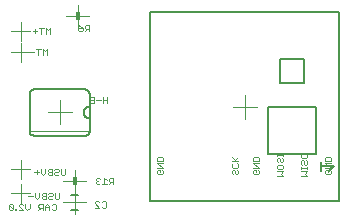
<source format=gbo>
G75*
%MOIN*%
%OFA0B0*%
%FSLAX25Y25*%
%IPPOS*%
%LPD*%
%AMOC8*
5,1,8,0,0,1.08239X$1,22.5*
%
%ADD10C,0.00200*%
%ADD11C,0.00600*%
%ADD12C,0.00000*%
%ADD13R,0.01800X0.03000*%
%ADD14C,0.00800*%
D10*
X0003810Y0006027D02*
X0004543Y0006027D01*
X0004910Y0006394D01*
X0003443Y0007862D01*
X0003443Y0006394D01*
X0003810Y0006027D01*
X0004910Y0006394D02*
X0004910Y0007862D01*
X0004543Y0008228D01*
X0003810Y0008228D01*
X0003443Y0007862D01*
X0005648Y0006394D02*
X0005648Y0006027D01*
X0006015Y0006027D01*
X0006015Y0006394D01*
X0005648Y0006394D01*
X0006757Y0006027D02*
X0008225Y0006027D01*
X0006757Y0007495D01*
X0006757Y0007862D01*
X0007124Y0008228D01*
X0007858Y0008228D01*
X0008225Y0007862D01*
X0008967Y0008228D02*
X0008967Y0006761D01*
X0009701Y0006027D01*
X0010435Y0006761D01*
X0010435Y0008228D01*
X0010041Y0010790D02*
X0011509Y0010790D01*
X0012251Y0010423D02*
X0012251Y0011891D01*
X0013719Y0011891D02*
X0013719Y0010423D01*
X0012985Y0009689D01*
X0012251Y0010423D01*
X0014461Y0010423D02*
X0014461Y0010056D01*
X0014828Y0009689D01*
X0015929Y0009689D01*
X0015929Y0011891D01*
X0014828Y0011891D01*
X0014461Y0011524D01*
X0014461Y0011157D01*
X0014828Y0010790D01*
X0015929Y0010790D01*
X0016671Y0010423D02*
X0016671Y0010056D01*
X0017038Y0009689D01*
X0017772Y0009689D01*
X0018139Y0010056D01*
X0018881Y0010056D02*
X0018881Y0011891D01*
X0018139Y0011524D02*
X0018139Y0011157D01*
X0017772Y0010790D01*
X0017038Y0010790D01*
X0016671Y0010423D01*
X0016671Y0011524D02*
X0017038Y0011891D01*
X0017772Y0011891D01*
X0018139Y0011524D01*
X0018881Y0010056D02*
X0019248Y0009689D01*
X0019982Y0009689D01*
X0020349Y0010056D01*
X0020349Y0011891D01*
X0018908Y0008228D02*
X0019275Y0007862D01*
X0019275Y0006394D01*
X0018908Y0006027D01*
X0018174Y0006027D01*
X0017807Y0006394D01*
X0017065Y0006027D02*
X0017065Y0007495D01*
X0016331Y0008228D01*
X0015597Y0007495D01*
X0015597Y0006027D01*
X0014855Y0006027D02*
X0014855Y0008228D01*
X0013754Y0008228D01*
X0013387Y0007862D01*
X0013387Y0007128D01*
X0013754Y0006761D01*
X0014855Y0006761D01*
X0014121Y0006761D02*
X0013387Y0006027D01*
X0015597Y0007128D02*
X0017065Y0007128D01*
X0017807Y0007862D02*
X0018174Y0008228D01*
X0018908Y0008228D01*
X0014828Y0010790D02*
X0014461Y0010423D01*
X0014985Y0017689D02*
X0014251Y0018423D01*
X0014251Y0019891D01*
X0013509Y0018790D02*
X0012041Y0018790D01*
X0012775Y0019524D02*
X0012775Y0018056D01*
X0014985Y0017689D02*
X0015719Y0018423D01*
X0015719Y0019891D01*
X0016461Y0019524D02*
X0016461Y0019157D01*
X0016828Y0018790D01*
X0017929Y0018790D01*
X0018671Y0018423D02*
X0018671Y0018056D01*
X0019038Y0017689D01*
X0019772Y0017689D01*
X0020139Y0018056D01*
X0020881Y0018056D02*
X0020881Y0019891D01*
X0020139Y0019524D02*
X0020139Y0019157D01*
X0019772Y0018790D01*
X0019038Y0018790D01*
X0018671Y0018423D01*
X0017929Y0017689D02*
X0016828Y0017689D01*
X0016461Y0018056D01*
X0016461Y0018423D01*
X0016828Y0018790D01*
X0016461Y0019524D02*
X0016828Y0019891D01*
X0017929Y0019891D01*
X0017929Y0017689D01*
X0018671Y0019524D02*
X0019038Y0019891D01*
X0019772Y0019891D01*
X0020139Y0019524D01*
X0020881Y0018056D02*
X0021248Y0017689D01*
X0021982Y0017689D01*
X0022349Y0018056D01*
X0022349Y0019891D01*
X0032461Y0016524D02*
X0032461Y0016157D01*
X0032828Y0015790D01*
X0032461Y0015423D01*
X0032461Y0015056D01*
X0032828Y0014689D01*
X0033562Y0014689D01*
X0033929Y0015056D01*
X0034671Y0014689D02*
X0036139Y0014689D01*
X0035405Y0014689D02*
X0035405Y0016891D01*
X0036139Y0016157D01*
X0036881Y0016524D02*
X0036881Y0015790D01*
X0037248Y0015423D01*
X0038349Y0015423D01*
X0037615Y0015423D02*
X0036881Y0014689D01*
X0038349Y0014689D02*
X0038349Y0016891D01*
X0037248Y0016891D01*
X0036881Y0016524D01*
X0033929Y0016524D02*
X0033562Y0016891D01*
X0032828Y0016891D01*
X0032461Y0016524D01*
X0032828Y0015790D02*
X0033195Y0015790D01*
X0033345Y0009051D02*
X0033712Y0008684D01*
X0033345Y0009051D02*
X0032611Y0009051D01*
X0032244Y0008684D01*
X0032244Y0008317D01*
X0033712Y0006849D01*
X0032244Y0006849D01*
X0034454Y0007216D02*
X0034821Y0006849D01*
X0035555Y0006849D01*
X0035922Y0007216D01*
X0035922Y0008684D01*
X0035555Y0009051D01*
X0034821Y0009051D01*
X0034454Y0008684D01*
X0052821Y0018337D02*
X0052821Y0019071D01*
X0053188Y0019438D01*
X0053922Y0019438D01*
X0053922Y0018704D01*
X0054656Y0017970D02*
X0053188Y0017970D01*
X0052821Y0018337D01*
X0052821Y0020180D02*
X0055023Y0020180D01*
X0052821Y0021648D01*
X0055023Y0021648D01*
X0055023Y0022390D02*
X0055023Y0023491D01*
X0054656Y0023858D01*
X0053188Y0023858D01*
X0052821Y0023491D01*
X0052821Y0022390D01*
X0055023Y0022390D01*
X0054656Y0019438D02*
X0055023Y0019071D01*
X0055023Y0018337D01*
X0054656Y0017970D01*
X0077821Y0018337D02*
X0078188Y0017970D01*
X0077821Y0018337D02*
X0077821Y0019071D01*
X0078188Y0019438D01*
X0078555Y0019438D01*
X0078922Y0019071D01*
X0078922Y0018337D01*
X0079289Y0017970D01*
X0079656Y0017970D01*
X0080023Y0018337D01*
X0080023Y0019071D01*
X0079656Y0019438D01*
X0079656Y0020180D02*
X0078188Y0020180D01*
X0077821Y0020547D01*
X0077821Y0021281D01*
X0078188Y0021648D01*
X0077821Y0022390D02*
X0080023Y0022390D01*
X0079656Y0021648D02*
X0080023Y0021281D01*
X0080023Y0020547D01*
X0079656Y0020180D01*
X0078555Y0022390D02*
X0080023Y0023858D01*
X0078922Y0022757D02*
X0077821Y0023858D01*
X0084821Y0023491D02*
X0084821Y0022390D01*
X0087023Y0022390D01*
X0087023Y0023491D01*
X0086656Y0023858D01*
X0085188Y0023858D01*
X0084821Y0023491D01*
X0084821Y0021648D02*
X0087023Y0021648D01*
X0087023Y0020180D02*
X0084821Y0021648D01*
X0084821Y0020180D02*
X0087023Y0020180D01*
X0086656Y0019438D02*
X0087023Y0019071D01*
X0087023Y0018337D01*
X0086656Y0017970D01*
X0085188Y0017970D01*
X0084821Y0018337D01*
X0084821Y0019071D01*
X0085188Y0019438D01*
X0085922Y0019438D01*
X0085922Y0018704D01*
X0092821Y0018965D02*
X0095023Y0018965D01*
X0094289Y0018231D01*
X0095023Y0017497D01*
X0092821Y0017497D01*
X0093188Y0019707D02*
X0092821Y0020074D01*
X0092821Y0020808D01*
X0093188Y0021175D01*
X0094656Y0021175D01*
X0095023Y0020808D01*
X0095023Y0020074D01*
X0094656Y0019707D01*
X0093188Y0019707D01*
X0093188Y0021917D02*
X0092821Y0022284D01*
X0092821Y0023018D01*
X0093188Y0023385D01*
X0093555Y0023385D01*
X0093922Y0023018D01*
X0093922Y0022284D01*
X0094289Y0021917D01*
X0094656Y0021917D01*
X0095023Y0022284D01*
X0095023Y0023018D01*
X0094656Y0023385D01*
X0095023Y0024127D02*
X0095023Y0024861D01*
X0095023Y0024494D02*
X0092821Y0024494D01*
X0092821Y0024127D02*
X0092821Y0024861D01*
X0100821Y0024491D02*
X0101188Y0024858D01*
X0102656Y0024858D01*
X0103023Y0024491D01*
X0103023Y0023757D01*
X0102656Y0023390D01*
X0101188Y0023390D01*
X0100821Y0023757D01*
X0100821Y0024491D01*
X0101188Y0022648D02*
X0100821Y0022281D01*
X0100821Y0021547D01*
X0101188Y0021180D01*
X0101922Y0021547D02*
X0101922Y0022281D01*
X0101555Y0022648D01*
X0101188Y0022648D01*
X0101922Y0021547D02*
X0102289Y0021180D01*
X0102656Y0021180D01*
X0103023Y0021547D01*
X0103023Y0022281D01*
X0102656Y0022648D01*
X0103023Y0020441D02*
X0103023Y0019707D01*
X0103023Y0020074D02*
X0100821Y0020074D01*
X0100821Y0019707D02*
X0100821Y0020441D01*
X0100821Y0018965D02*
X0103023Y0018965D01*
X0102289Y0018231D01*
X0103023Y0017497D01*
X0100821Y0017497D01*
X0108821Y0018337D02*
X0108821Y0019071D01*
X0109188Y0019438D01*
X0109922Y0019438D01*
X0109922Y0018704D01*
X0109188Y0017970D02*
X0108821Y0018337D01*
X0109188Y0017970D02*
X0110656Y0017970D01*
X0111023Y0018337D01*
X0111023Y0019071D01*
X0110656Y0019438D01*
X0111023Y0020180D02*
X0108821Y0021648D01*
X0111023Y0021648D01*
X0111023Y0022390D02*
X0111023Y0023491D01*
X0110656Y0023858D01*
X0109188Y0023858D01*
X0108821Y0023491D01*
X0108821Y0022390D01*
X0111023Y0022390D01*
X0111023Y0020180D02*
X0108821Y0020180D01*
X0036349Y0041689D02*
X0036349Y0043891D01*
X0036349Y0042790D02*
X0034881Y0042790D01*
X0034139Y0042790D02*
X0032671Y0042790D01*
X0031929Y0042790D02*
X0030828Y0042790D01*
X0030461Y0042423D01*
X0030461Y0042056D01*
X0030828Y0041689D01*
X0031929Y0041689D01*
X0031929Y0043891D01*
X0030828Y0043891D01*
X0030461Y0043524D01*
X0030461Y0043157D01*
X0030828Y0042790D01*
X0034881Y0043891D02*
X0034881Y0041689D01*
X0030449Y0032289D02*
X0010449Y0032289D01*
X0013405Y0057689D02*
X0013405Y0059891D01*
X0014139Y0059891D02*
X0012671Y0059891D01*
X0011929Y0058790D02*
X0010461Y0058790D01*
X0014881Y0059891D02*
X0014881Y0057689D01*
X0016349Y0057689D02*
X0016349Y0059891D01*
X0015615Y0059157D01*
X0014881Y0059891D01*
X0014405Y0064689D02*
X0014405Y0066891D01*
X0015139Y0066891D02*
X0013671Y0066891D01*
X0012929Y0065790D02*
X0011461Y0065790D01*
X0012195Y0066524D02*
X0012195Y0065056D01*
X0015881Y0064689D02*
X0015881Y0066891D01*
X0016615Y0066157D01*
X0017349Y0066891D01*
X0017349Y0064689D01*
X0026671Y0066056D02*
X0026671Y0066423D01*
X0027038Y0066790D01*
X0028139Y0066790D01*
X0028139Y0066056D01*
X0027772Y0065689D01*
X0027038Y0065689D01*
X0026671Y0066056D01*
X0027405Y0067524D02*
X0026671Y0067891D01*
X0027405Y0067524D02*
X0028139Y0066790D01*
X0028881Y0066790D02*
X0029248Y0066423D01*
X0030349Y0066423D01*
X0029615Y0066423D02*
X0028881Y0065689D01*
X0028881Y0066790D02*
X0028881Y0067524D01*
X0029248Y0067891D01*
X0030349Y0067891D01*
X0030349Y0065689D01*
D11*
X0028949Y0046289D02*
X0011949Y0046289D01*
X0011873Y0046287D01*
X0011797Y0046281D01*
X0011722Y0046272D01*
X0011647Y0046258D01*
X0011573Y0046241D01*
X0011500Y0046220D01*
X0011428Y0046196D01*
X0011357Y0046167D01*
X0011288Y0046136D01*
X0011221Y0046101D01*
X0011156Y0046062D01*
X0011092Y0046020D01*
X0011031Y0045975D01*
X0010972Y0045927D01*
X0010916Y0045876D01*
X0010862Y0045822D01*
X0010811Y0045766D01*
X0010763Y0045707D01*
X0010718Y0045646D01*
X0010676Y0045582D01*
X0010637Y0045517D01*
X0010602Y0045450D01*
X0010571Y0045381D01*
X0010542Y0045310D01*
X0010518Y0045238D01*
X0010497Y0045165D01*
X0010480Y0045091D01*
X0010466Y0045016D01*
X0010457Y0044941D01*
X0010451Y0044865D01*
X0010449Y0044789D01*
X0010449Y0032389D01*
X0010451Y0032313D01*
X0010457Y0032237D01*
X0010466Y0032162D01*
X0010480Y0032087D01*
X0010497Y0032013D01*
X0010518Y0031940D01*
X0010542Y0031868D01*
X0010571Y0031797D01*
X0010602Y0031728D01*
X0010637Y0031661D01*
X0010676Y0031596D01*
X0010718Y0031532D01*
X0010763Y0031471D01*
X0010811Y0031412D01*
X0010862Y0031356D01*
X0010916Y0031302D01*
X0010972Y0031251D01*
X0011031Y0031203D01*
X0011092Y0031158D01*
X0011156Y0031116D01*
X0011221Y0031077D01*
X0011288Y0031042D01*
X0011357Y0031011D01*
X0011428Y0030982D01*
X0011500Y0030958D01*
X0011573Y0030937D01*
X0011647Y0030920D01*
X0011722Y0030906D01*
X0011797Y0030897D01*
X0011873Y0030891D01*
X0011949Y0030889D01*
X0028949Y0030889D01*
X0029025Y0030891D01*
X0029101Y0030897D01*
X0029176Y0030906D01*
X0029251Y0030920D01*
X0029325Y0030937D01*
X0029398Y0030958D01*
X0029470Y0030982D01*
X0029541Y0031011D01*
X0029610Y0031042D01*
X0029677Y0031077D01*
X0029742Y0031116D01*
X0029806Y0031158D01*
X0029867Y0031203D01*
X0029926Y0031251D01*
X0029982Y0031302D01*
X0030036Y0031356D01*
X0030087Y0031412D01*
X0030135Y0031471D01*
X0030180Y0031532D01*
X0030222Y0031596D01*
X0030261Y0031661D01*
X0030296Y0031728D01*
X0030327Y0031797D01*
X0030356Y0031868D01*
X0030380Y0031940D01*
X0030401Y0032013D01*
X0030418Y0032087D01*
X0030432Y0032162D01*
X0030441Y0032237D01*
X0030447Y0032313D01*
X0030449Y0032389D01*
X0030449Y0044789D01*
X0030447Y0044865D01*
X0030441Y0044941D01*
X0030432Y0045016D01*
X0030418Y0045091D01*
X0030401Y0045165D01*
X0030380Y0045238D01*
X0030356Y0045310D01*
X0030327Y0045381D01*
X0030296Y0045450D01*
X0030261Y0045517D01*
X0030222Y0045582D01*
X0030180Y0045646D01*
X0030135Y0045707D01*
X0030087Y0045766D01*
X0030036Y0045822D01*
X0029982Y0045876D01*
X0029926Y0045927D01*
X0029867Y0045975D01*
X0029806Y0046020D01*
X0029742Y0046062D01*
X0029677Y0046101D01*
X0029610Y0046136D01*
X0029541Y0046167D01*
X0029470Y0046196D01*
X0029398Y0046220D01*
X0029325Y0046241D01*
X0029251Y0046258D01*
X0029176Y0046272D01*
X0029101Y0046281D01*
X0029025Y0046287D01*
X0028949Y0046289D01*
X0030449Y0040589D02*
X0030361Y0040587D01*
X0030272Y0040581D01*
X0030184Y0040571D01*
X0030097Y0040558D01*
X0030010Y0040540D01*
X0029924Y0040519D01*
X0029839Y0040494D01*
X0029756Y0040465D01*
X0029673Y0040432D01*
X0029593Y0040396D01*
X0029514Y0040357D01*
X0029436Y0040314D01*
X0029361Y0040267D01*
X0029288Y0040217D01*
X0029217Y0040164D01*
X0029148Y0040108D01*
X0029082Y0040049D01*
X0029019Y0039987D01*
X0028959Y0039923D01*
X0028901Y0039856D01*
X0028847Y0039786D01*
X0028795Y0039714D01*
X0028747Y0039640D01*
X0028702Y0039563D01*
X0028661Y0039485D01*
X0028623Y0039405D01*
X0028589Y0039324D01*
X0028558Y0039241D01*
X0028531Y0039156D01*
X0028508Y0039071D01*
X0028489Y0038985D01*
X0028473Y0038897D01*
X0028461Y0038810D01*
X0028453Y0038722D01*
X0028449Y0038633D01*
X0028449Y0038545D01*
X0028453Y0038456D01*
X0028461Y0038368D01*
X0028473Y0038281D01*
X0028489Y0038193D01*
X0028508Y0038107D01*
X0028531Y0038022D01*
X0028558Y0037937D01*
X0028589Y0037854D01*
X0028623Y0037773D01*
X0028661Y0037693D01*
X0028702Y0037615D01*
X0028747Y0037538D01*
X0028795Y0037464D01*
X0028847Y0037392D01*
X0028901Y0037322D01*
X0028959Y0037255D01*
X0029019Y0037191D01*
X0029082Y0037129D01*
X0029148Y0037070D01*
X0029217Y0037014D01*
X0029288Y0036961D01*
X0029361Y0036911D01*
X0029436Y0036864D01*
X0029514Y0036821D01*
X0029593Y0036782D01*
X0029673Y0036746D01*
X0029756Y0036713D01*
X0029839Y0036684D01*
X0029924Y0036659D01*
X0030010Y0036638D01*
X0030097Y0036620D01*
X0030184Y0036607D01*
X0030272Y0036597D01*
X0030361Y0036591D01*
X0030449Y0036589D01*
X0026630Y0010951D02*
X0024268Y0010951D01*
X0024268Y0006227D02*
X0026630Y0006227D01*
X0107421Y0019206D02*
X0107421Y0022141D01*
X0107421Y0020673D02*
X0111825Y0020673D01*
X0110357Y0019206D01*
D12*
X0086121Y0040500D02*
X0078121Y0040500D01*
X0082121Y0036500D02*
X0082121Y0044500D01*
X0030327Y0070589D02*
X0022571Y0070589D01*
X0026449Y0066711D02*
X0026449Y0074467D01*
X0010543Y0065589D02*
X0004355Y0065589D01*
X0007449Y0062495D02*
X0007449Y0068683D01*
X0007449Y0061683D02*
X0007449Y0055495D01*
X0004355Y0058589D02*
X0010543Y0058589D01*
X0020449Y0042589D02*
X0020449Y0034589D01*
X0016449Y0038589D02*
X0024449Y0038589D01*
X0007449Y0022683D02*
X0007449Y0016495D01*
X0007449Y0014683D02*
X0007449Y0008495D01*
X0004355Y0011589D02*
X0010543Y0011589D01*
X0010543Y0019589D02*
X0004355Y0019589D01*
X0021571Y0015589D02*
X0029327Y0015589D01*
X0025449Y0012362D02*
X0025449Y0004816D01*
X0021676Y0008589D02*
X0029222Y0008589D01*
X0025449Y0011711D02*
X0025449Y0019467D01*
D13*
X0025449Y0015589D03*
X0026449Y0070589D03*
D14*
X0050625Y0071996D02*
X0050625Y0009004D01*
X0113617Y0009004D01*
X0113617Y0071996D01*
X0050625Y0071996D01*
X0089995Y0040500D02*
X0105743Y0040500D01*
X0105743Y0024752D01*
X0089995Y0024752D01*
X0089995Y0040500D01*
X0093932Y0048374D02*
X0093932Y0056248D01*
X0101806Y0056248D01*
X0101806Y0048374D01*
X0093932Y0048374D01*
M02*

</source>
